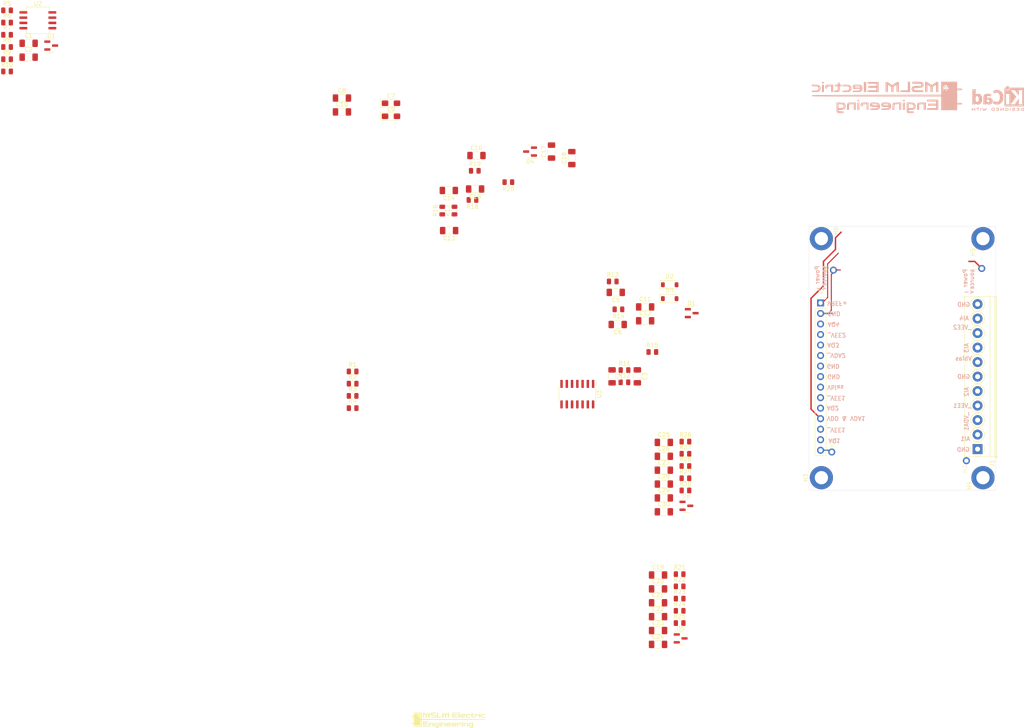
<source format=kicad_pcb>
(kicad_pcb (version 20221018) (generator pcbnew)
  (layers (0 "F.Cu" signal) (31 "B.Cu" signal) (34 "B.Paste" user) (35 "F.Paste" user) (36 "B.SilkS" user "B.Silkscreen") (37 "F.SilkS" user "F.Silkscreen") (38 "B.Mask" user) (39 "F.Mask" user) (44 "Edge.Cuts" user))
  (net 0 "")
  (net 1 "/AI1+")
  (net 2 "/AQ1")
  (net 3 "/AQ2")
  (net 4 "/AI2+")
  (net 5 "/AQ3")
  (net 6 "/AI2-")
  (net 7 "/AQ4")
  (net 8 "/VREF+")
  (net 9 "/bias")
  (net 10 "GNDD")
  (net 11 "Net-(U3A--)")
  (net 16 "Net-(C6-Pad1)")
  (net 17 "/OPA1VDA")
  (net 18 "/OPA1VEE")
  (net 19 "Net-(D1-K)")
  (net 20 "Net-(U3B--)")
  (net 21 "Net-(C16-Pad1)")
  (net 22 "Net-(U3C--)")
  (net 23 "Net-(C22-Pad1)")
  (net 24 "Net-(U3D--)")
  (net 25 "Net-(C28-Pad1)")
  (net 26 "/AI3+")
  (net 27 "/AI3-")
  (net 28 "/AI4+")
  (net 29 "/AI4-")
  (net 32 "Net-(U1-REF)")
  (net 33 "Net-(U2A-+)")
  (net 34 "Net-(U2B--)")
  (net 35 "/VDA")
  (net 36 "GNDA")
  (net 38 "/VEE")
  (net 39 "/AI1-")
  (footprint "Capacitor_SMD:C_1206_3216Metric_Pad1.33x1.80mm_HandSolder" (layer "F.Cu") (at 160.2355 115.316)
    (fp_text reference "C28" (at 0 -1.85) (layer "F.SilkS"))
    (fp_text value "FiltComp")
    (pad "1" smd roundrect (at -1.5625 0) (size 1.325 1.8) (layers "F.Cu" "F.Paste" "F.Mask") (roundrect_rratio 0.188679) (net 25 "Net-(C28-Pad1)"))
    (pad "2" smd roundrect (at 1.5625 0) (size 1.325 1.8) (layers "F.Cu" "F.Paste" "F.Mask") (roundrect_rratio 0.188679) (net 24 "Net-(U3D--)"))
  )
  (footprint "Resistor_SMD:R_0805_2012Metric" (layer "F.Cu") (at 147.9049 66.4119)
    (fp_text reference "R13" (at 0 -1.65) (layer "F.SilkS"))
    (fp_text value "NC")
    (pad "1" smd roundrect (at -0.9125 0) (size 1.025 1.4) (layers "F.Cu" "F.Paste" "F.Mask") (roundrect_rratio 0.243902) (net 36 "GNDA"))
    (pad "2" smd roundrect (at 0.9125 0) (size 1.025 1.4) (layers "F.Cu" "F.Paste" "F.Mask") (roundrect_rratio 0.243902) (net 9 "/bias"))
  )
  (footprint "Capacitor_SMD:C_1206_3216Metric_Pad1.33x1.80mm_HandSolder" (layer "F.Cu") (at 133.1195 35.0643 90)
    (fp_text reference "C17" (at 0 -1.85 90) (layer "F.SilkS"))
    (fp_text value "C_Small")
    (pad "1" smd roundrect (at -1.5625 0 90) (size 1.325 1.8) (layers "F.Cu" "F.Paste" "F.Mask") (roundrect_rratio 0.188679) (net 18 "/OPA1VEE"))
    (pad "2" smd roundrect (at 1.5625 0 90) (size 1.325 1.8) (layers "F.Cu" "F.Paste" "F.Mask") (roundrect_rratio 0.188679) (net 17 "/OPA1VDA"))
  )
  (footprint "Resistor_SMD:R_0805_2012Metric" (layer "F.Cu") (at 149.2727 73.1429 180)
    (fp_text reference "R14" (at 0 -1.65) (layer "F.SilkS"))
    (fp_text value "FiltComp")
    (pad "1" smd roundrect (at -0.9125 0 180) (size 1.025 1.4) (layers "F.Cu" "F.Paste" "F.Mask") (roundrect_rratio 0.243902) (net 16 "Net-(C6-Pad1)"))
    (pad "2" smd roundrect (at 0.9125 0 180) (size 1.025 1.4) (layers "F.Cu" "F.Paste" "F.Mask") (roundrect_rratio 0.243902) (net 11 "Net-(U3A--)"))
  )
  (footprint "Capacitor_SMD:C_1206_3216Metric_Pad1.33x1.80mm_HandSolder" (layer "F.Cu") (at 160.2355 122.016)
    (fp_text reference "C30" (at 0 -1.85) (layer "F.SilkS"))
    (fp_text value "C_Small")
    (pad "1" smd roundrect (at -1.5625 0) (size 1.325 1.8) (layers "F.Cu" "F.Paste" "F.Mask") (roundrect_rratio 0.188679) (net 36 "GNDA"))
    (pad "2" smd roundrect (at 1.5625 0) (size 1.325 1.8) (layers "F.Cu" "F.Paste" "F.Mask") (roundrect_rratio 0.188679) (net 5 "/AQ3"))
  )
  (footprint "Capacitor_SMD:C_1206_3216Metric_Pad1.33x1.80mm_HandSolder" (layer "F.Cu") (at 158.8385 140.62)
    (fp_text reference "C20" (at 0 -1.85) (layer "F.SilkS"))
    (fp_text value "C_Small")
    (pad "1" smd roundrect (at -1.5625 0) (size 1.325 1.8) (layers "F.Cu" "F.Paste" "F.Mask") (roundrect_rratio 0.188679) (net 22 "Net-(U3C--)"))
    (pad "2" smd roundrect (at 1.5625 0) (size 1.325 1.8) (layers "F.Cu" "F.Paste" "F.Mask") (roundrect_rratio 0.188679) (net 9 "/bias"))
  )
  (footprint "Capacitor_Tantalum_SMD:CP_EIA-3216-10_Kemet-I_Pad1.58x1.35mm_HandSolder" (layer "F.Cu") (at 94.383 23.3933)
    (fp_text reference "C7" (at 0 -1.75) (layer "F.SilkS"))
    (fp_text value "CP_Small")
    (pad "1" smd roundrect (at -1.4375 0) (size 1.575 1.35) (layers "F.Cu" "F.Paste" "F.Mask") (roundrect_rratio 0.185185) (net 17 "/OPA1VDA"))
    (pad "2" smd roundrect (at 1.4375 0) (size 1.575 1.35) (layers "F.Cu" "F.Paste" "F.Mask") (roundrect_rratio 0.185185) (net 36 "GNDA"))
  )
  (footprint "Resistor_SMD:R_0805_2012Metric" (layer "F.Cu") (at 85.1135 96.988)
    (fp_text reference "R4" (at 0 -1.65) (layer "F.SilkS"))
    (fp_text value "NP")
    (pad "1" smd roundrect (at -0.9125 0) (size 1.025 1.4) (layers "F.Cu" "F.Paste" "F.Mask") (roundrect_rratio 0.243902) (net 36 "GNDA"))
    (pad "2" smd roundrect (at 0.9125 0) (size 1.025 1.4) (layers "F.Cu" "F.Paste" "F.Mask") (roundrect_rratio 0.243902) (net 18 "/OPA1VEE"))
  )
  (footprint "Capacitor_SMD:C_1206_3216Metric_Pad1.33x1.80mm_HandSolder" (layer "F.Cu") (at 138.0217 36.6391 90)
    (fp_text reference "C18" (at 0 -1.85 90) (layer "F.SilkS"))
    (fp_text value "C_Small")
    (pad "1" smd roundrect (at -1.5625 0 90) (size 1.325 1.8) (layers "F.Cu" "F.Paste" "F.Mask") (roundrect_rratio 0.188679) (net 36 "GNDA"))
    (pad "2" smd roundrect (at 1.5625 0 90) (size 1.325 1.8) (layers "F.Cu" "F.Paste" "F.Mask") (roundrect_rratio 0.188679) (net 3 "/AQ2"))
  )
  (footprint "Capacitor_SMD:C_1206_3216Metric_Pad1.33x1.80mm_HandSolder" (layer "F.Cu") (at 158.8385 154.02)
    (fp_text reference "C24" (at 0 -1.85) (layer "F.SilkS"))
    (fp_text value "C_Small")
    (pad "1" smd roundrect (at -1.5625 0) (size 1.325 1.8) (layers "F.Cu" "F.Paste" "F.Mask") (roundrect_rratio 0.188679) (net 36 "GNDA"))
    (pad "2" smd roundrect (at 1.5625 0) (size 1.325 1.8) (layers "F.Cu" "F.Paste" "F.Mask") (roundrect_rratio 0.188679) (net 7 "/AQ4"))
  )
  (footprint "Resistor_SMD:R_0805_2012Metric" (layer "F.Cu") (at 165.4455 116.866)
    (fp_text reference "R30" (at 0 -1.65) (layer "F.SilkS"))
    (fp_text value "R_Small")
    (pad "1" smd roundrect (at -0.9125 0) (size 1.025 1.4) (layers "F.Cu" "F.Paste" "F.Mask") (roundrect_rratio 0.243902) (net 5 "/AQ3"))
    (pad "2" smd roundrect (at 0.9125 0) (size 1.025 1.4) (layers "F.Cu" "F.Paste" "F.Mask") (roundrect_rratio 0.243902) (net 25 "Net-(C28-Pad1)"))
  )
  (footprint "Resistor_SMD:R_0805_2012Metric" (layer "F.Cu") (at 164.0485 148.87)
    (fp_text reference "R25" (at 0 -1.65) (layer "F.SilkS"))
    (fp_text value "R_Small")
    (pad "1" smd roundrect (at -0.9125 0) (size 1.025 1.4) (layers "F.Cu" "F.Paste" "F.Mask") (roundrect_rratio 0.243902) (net 7 "/AQ4"))
    (pad "2" smd roundrect (at 0.9125 0) (size 1.025 1.4) (layers "F.Cu" "F.Paste" "F.Mask") (roundrect_rratio 0.243902) (net 23 "Net-(C22-Pad1)"))
  )
  (footprint "Capacitor_SMD:C_1206_3216Metric_Pad1.33x1.80mm_HandSolder" (layer "F.Cu") (at 160.2355 118.666)
    (fp_text reference "C29" (at 0 -1.85) (layer "F.SilkS"))
    (fp_text value "C_Small")
    (pad "1" smd roundrect (at -1.5625 0) (size 1.325 1.8) (layers "F.Cu" "F.Paste" "F.Mask") (roundrect_rratio 0.188679) (net 18 "/OPA1VEE"))
    (pad "2" smd roundrect (at 1.5625 0) (size 1.325 1.8) (layers "F.Cu" "F.Paste" "F.Mask") (roundrect_rratio 0.188679) (net 17 "/OPA1VDA"))
  )
  (footprint "Resistor_SMD:R_0805_2012Metric" (layer "F.Cu") (at 85.1135 91.088)
    (fp_text reference "R2" (at 0 -1.65) (layer "F.SilkS"))
    (fp_text value "0R")
    (pad "1" smd roundrect (at -0.9125 0) (size 1.025 1.4) (layers "F.Cu" "F.Paste" "F.Mask") (roundrect_rratio 0.243902) (net 10 "GNDD"))
    (pad "2" smd roundrect (at 0.9125 0) (size 1.025 1.4) (layers "F.Cu" "F.Paste" "F.Mask") (roundrect_rratio 0.243902) (net 36 "GNDA"))
  )
  (footprint "Capacitor_SMD:C_1206_3216Metric_Pad1.33x1.80mm_HandSolder" (layer "F.Cu") (at 6.915 12.275)
    (fp_text reference "C2" (at 0 -1.85) (layer "F.SilkS"))
    (fp_text value "C_Small")
    (pad "1" smd roundrect (at -1.5625 0) (size 1.325 1.8) (layers "F.Cu" "F.Paste" "F.Mask") (roundrect_rratio 0.188679) (net 35 "/VDA"))
    (pad "2" smd roundrect (at 1.5625 0) (size 1.325 1.8) (layers "F.Cu" "F.Paste" "F.Mask") (roundrect_rratio 0.188679) (net 10 "GNDD"))
  )
  (footprint "Diode_SMD:D_SOD-123" (layer "F.Cu") (at 161.6485 67.2112)
    (fp_text reference "D2" (at 0 -2) (layer "F.SilkS"))
    (fp_text value "BZT52C15 /5V1..6/C10")
    (pad "1" smd roundrect (at -1.65 0) (size 0.9 1.2) (layers "F.Cu" "F.Paste" "F.Mask") (net 19 "Net-(D1-K)"))
    (pad "2" smd roundrect (at 1.65 0) (size 0.9 1.2) (layers "F.Cu" "F.Paste" "F.Mask") (net 18 "/OPA1VEE"))
  )
  (footprint "Package_SO:SOIC-14_3.9x8.7mm_P1.27mm" (layer "F.Cu") (at 139.3522 93.611 -90)
    (fp_text reference "U3" (at 0 -5.28 90) (layer "F.SilkS"))
    (fp_text value "Opamp_Quad_Generic")
    (pad "1" smd roundrect (at -2.475 -3.81 270) (size 1.95 0.6) (layers "F.Cu" "F.Paste" "F.Mask") (net 16 "Net-(C6-Pad1)"))
    (pad "2" smd roundrect (at -2.475 -2.54 270) (size 1.95 0.6) (layers "F.Cu" "F.Paste" "F.Mask") (net 11 "Net-(U3A--)"))
    (pad "3" smd roundrect (at -2.475 -1.27 270) (size 1.95 0.6) (layers "F.Cu" "F.Paste" "F.Mask") (net 9 "/bias"))
    (pad "4" smd roundrect (at -2.475 0 270) (size 1.95 0.6) (layers "F.Cu" "F.Paste" "F.Mask") (net 17 "/OPA1VDA"))
    (pad "5" smd roundrect (at -2.475 1.27 270) (size 1.95 0.6) (layers "F.Cu" "F.Paste" "F.Mask") (net 9 "/bias"))
    (pad "6" smd roundrect (at -2.475 2.54 270) (size 1.95 0.6) (layers "F.Cu" "F.Paste" "F.Mask") (net 20 "Net-(U3B--)"))
    (pad "7" smd roundrect (at -2.475 3.81 270) (size 1.95 0.6) (layers "F.Cu" "F.Paste" "F.Mask") (net 21 "Net-(C16-Pad1)"))
    (pad "8" smd roundrect (at 2.475 3.81 270) (size 1.95 0.6) (layers "F.Cu" "F.Paste" "F.Mask") (net 23 "Net-(C22-Pad1)"))
    (pad "9" smd roundrect (at 2.475 2.54 270) (size 1.95 0.6) (layers "F.Cu" "F.Paste" "F.Mask") (net 22 "Net-(U3C--)"))
    (pad "10" smd roundrect (at 2.475 1.27 270) (size 1.95 0.6) (layers "F.Cu" "F.Paste" "F.Mask") (net 9 "/bias"))
    (pad "11" smd roundrect (at 2.475 0 270) (size 1.95 0.6) (layers "F.Cu" "F.Paste" "F.Mask") (net 18 "/OPA1VEE"))
    (pad "12" smd roundrect (at 2.475 -1.27 270) (size 1.95 0.6) (layers "F.Cu" "F.Paste" "F.Mask") (net 9 "/bias"))
    (pad "13" smd roundrect (at 2.475 -2.54 270) (size 1.95 0.6) (layers "F.Cu" "F.Paste" "F.Mask") (net 24 "Net-(U3D--)"))
    (pad "14" smd roundrect (at 2.475 -3.81 270) (size 1.95 0.6) (layers "F.Cu" "F.Paste" "F.Mask") (net 25 "Net-(C28-Pad1)"))
  )
  (footprint "Capacitor_SMD:C_1206_3216Metric_Pad1.33x1.80mm_HandSolder" (layer "F.Cu") (at 147.7397 89.3169 -90)
    (fp_text reference "C4" (at 0 -1.85 90) (layer "F.SilkS"))
    (fp_text value "C_Small")
    (pad "1" smd roundrect (at -1.5625 0 270) (size 1.325 1.8) (layers "F.Cu" "F.Paste" "F.Mask") (roundrect_rratio 0.188679) (net 9 "/bias"))
    (pad "2" smd roundrect (at 1.5625 0 270) (size 1.325 1.8) (layers "F.Cu" "F.Paste" "F.Mask") (roundrect_rratio 0.188679) (net 11 "Net-(U3A--)"))
  )
  (footprint "Resistor_SMD:R_0805_2012Metric" (layer "F.Cu") (at 164.0485 142.97)
    (fp_text reference "R23" (at 0 -1.65) (layer "F.SilkS"))
    (fp_text value "R_Small")
    (pad "1" smd roundrect (at -0.9125 0) (size 1.025 1.4) (layers "F.Cu" "F.Paste" "F.Mask") (roundrect_rratio 0.243902) (net 36 "GNDA"))
    (pad "2" smd roundrect (at 0.9125 0) (size 1.025 1.4) (layers "F.Cu" "F.Paste" "F.Mask") (roundrect_rratio 0.243902) (net 9 "/bias"))
  )
  (footprint "Resistor_SMD:R_0805_2012Metric" (layer "F.Cu") (at 164.0485 140.02)
    (fp_text reference "R22" (at 0 -1.65) (layer "F.SilkS"))
    (fp_text value "R_Small")
    (pad "1" smd roundrect (at -0.9125 0) (size 1.025 1.4) (layers "F.Cu" "F.Paste" "F.Mask") (roundrect_rratio 0.243902) (net 29 "/AI4-"))
    (pad "2" smd roundrect (at 0.9125 0) (size 1.025 1.4) (layers "F.Cu" "F.Paste" "F.Mask") (roundrect_rratio 0.243902) (net 22 "Net-(U3C--)"))
  )
  (footprint "Capacitor_SMD:C_1206_3216Metric_Pad1.33x1.80mm_HandSolder" (layer "F.Cu") (at 160.2355 111.966)
    (fp_text reference "C27" (at 0 -1.85) (layer "F.SilkS"))
    (fp_text value "FiltComp")
    (pad "1" smd roundrect (at -1.5625 0) (size 1.325 1.8) (layers "F.Cu" "F.Paste" "F.Mask") (roundrect_rratio 0.188679) (net 36 "GNDA"))
    (pad "2" smd roundrect (at 1.5625 0) (size 1.325 1.8) (layers "F.Cu" "F.Paste" "F.Mask") (roundrect_rratio 0.188679) (net 9 "/bias"))
  )
  (footprint "Package_TO_SOT_SMD:SOT-23" (layer "F.Cu") (at 166.9635 74.0612)
    (fp_text reference "D1" (at 0 -2.4) (layer "F.SilkS"))
    (fp_text value "BAT54S")
    (pad "1" smd roundrect (at -0.9375 -0.95) (size 1.475 0.6) (layers "F.Cu" "F.Paste" "F.Mask") (net 18 "/OPA1VEE"))
    (pad "2" smd roundrect (at -0.9375 0.95) (size 1.475 0.6) (layers "F.Cu" "F.Paste" "F.Mask") (net 19 "Net-(D1-K)"))
    (pad "3" smd roundrect (at 0.9375 0) (size 1.475 0.6) (layers "F.Cu" "F.Paste" "F.Mask") (net 2 "/AQ1"))
  )
  (footprint "Capacitor_SMD:C_1206_3216Metric_Pad1.33x1.80mm_HandSolder" (layer "F.Cu") (at 114.6791 44.0944 180)
    (fp_text reference "C15" (at 0 -1.85) (layer "F.SilkS"))
    (fp_text value "FiltComp")
    (pad "1" smd roundrect (at -1.5625 0 180) (size 1.325 1.8) (layers "F.Cu" "F.Paste" "F.Mask") (roundrect_rratio 0.188679) (net 36 "GNDA"))
    (pad "2" smd roundrect (at 1.5625 0 180) (size 1.325 1.8) (layers "F.Cu" "F.Paste" "F.Mask") (roundrect_rratio 0.188679) (net 9 "/bias"))
  )
  (footprint "Capacitor_SMD:C_1206_3216Metric_Pad1.33x1.80mm_HandSolder" (layer "F.Cu") (at 153.8357 89.3169 -90)
    (fp_text reference "C3" (at 0 -1.85 90) (layer "F.SilkS"))
    (fp_text value "C_Small")
    (pad "1" smd roundrect (at -1.5625 0 270) (size 1.325 1.8) (layers "F.Cu" "F.Paste" "F.Mask") (roundrect_rratio 0.188679) (net 1 "/AI1+"))
    (pad "2" smd roundrect (at 1.5625 0 270) (size 1.325 1.8) (layers "F.Cu" "F.Paste" "F.Mask") (roundrect_rratio 0.188679) (net 39 "/AI1-"))
  )
  (footprint "Capacitor_SMD:C_1206_3216Metric_Pad1.33x1.80mm_HandSolder" (layer "F.Cu") (at 108.3414 44.45 180)
    (fp_text reference "C14" (at 0 -1.85) (layer "F.SilkS"))
    (fp_text value "C_Small")
    (pad "1" smd roundrect (at -1.5625 0 180) (size 1.325 1.8) (layers "F.Cu" "F.Paste" "F.Mask") (roundrect_rratio 0.188679) (net 20 "Net-(U3B--)"))
    (pad "2" smd roundrect (at 1.5625 0 180) (size 1.325 1.8) (layers "F.Cu" "F.Paste" "F.Mask") (roundrect_rratio 0.188679) (net 9 "/bias"))
  )
  (footprint "Capacitor_SMD:C_1206_3216Metric_Pad1.33x1.80mm_HandSolder" (layer "F.Cu") (at 160.2355 105.266)
    (fp_text reference "C25" (at 0 -1.85) (layer "F.SilkS"))
    (fp_text value "C_Small")
    (pad "1" smd roundrect (at -1.5625 0) (size 1.325 1.8) (layers "F.Cu" "F.Paste" "F.Mask") (roundrect_rratio 0.188679) (net 27 "/AI3-"))
    (pad "2" smd roundrect (at 1.5625 0) (size 1.325 1.8) (layers "F.Cu" "F.Paste" "F.Mask") (roundrect_rratio 0.188679) (net 26 "/AI3+"))
  )
  (footprint "Capacitor_SMD:C_1206_3216Metric_Pad1.33x1.80mm_HandSolder" (layer "F.Cu") (at 158.8385 150.67)
    (fp_text reference "C23" (at 0 -1.85) (layer "F.SilkS"))
    (fp_text value "C_Small")
    (pad "1" smd roundrect (at -1.5625 0) (size 1.325 1.8) (layers "F.Cu" "F.Paste" "F.Mask") (roundrect_rratio 0.188679) (net 18 "/OPA1VEE"))
    (pad "2" smd roundrect (at 1.5625 0) (size 1.325 1.8) (layers "F.Cu" "F.Paste" "F.Mask") (roundrect_rratio 0.188679) (net 17 "/OPA1VDA"))
  )
  (footprint "Capacitor_SMD:C_1206_3216Metric_Pad1.33x1.80mm_HandSolder" (layer "F.Cu") (at 82.543 25.4933)
    (fp_text reference "C10" (at 0 -1.85) (layer "F.SilkS"))
    (fp_text value "C_Small")
    (pad "1" smd roundrect (at -1.5625 0) (size 1.325 1.8) (layers "F.Cu" "F.Paste" "F.Mask") (roundrect_rratio 0.188679) (net 36 "GNDA"))
    (pad "2" smd roundrect (at 1.5625 0) (size 1.325 1.8) (layers "F.Cu" "F.Paste" "F.Mask") (roundrect_rratio 0.188679) (net 18 "/OPA1VEE"))
  )
  (footprint "Resistor_SMD:R_0805_2012Metric" (layer "F.Cu") (at 1.705 3.925)
    (fp_text reference "R6" (at 0 -1.65) (layer "F.SilkS"))
    (fp_text value "R_Small")
    (pad "1" smd roundrect (at -0.9125 0) (size 1.025 1.4) (layers "F.Cu" "F.Paste" "F.Mask") (roundrect_rratio 0.243902) (net 8 "/VREF+"))
    (pad "2" smd roundrect (at 0.9125 0) (size 1.025 1.4) (layers "F.Cu" "F.Paste" "F.Mask") (roundrect_rratio 0.243902) (net 32 "Net-(U1-REF)"))
  )
  (footprint "Capacitor_SMD:C_1206_3216Metric_Pad1.33x1.80mm_HandSolder" (layer "F.Cu") (at 108.4053 54.1312 180)
    (fp_text reference "C13" (at 0 -1.85) (layer "F.SilkS"))
    (fp_text value "C_Small")
    (pad "1" smd roundrect (at -1.5625 0 180) (size 1.325 1.8) (layers "F.Cu" "F.Paste" "F.Mask") (roundrect_rratio 0.188679) (net 6 "/AI2-"))
    (pad "2" smd roundrect (at 1.5625 0 180) (size 1.325 1.8) (layers "F.Cu" "F.Paste" "F.Mask") (roundrect_rratio 0.188679) (net 4 "/AI2+"))
  )
  (footprint "Resistor_SMD:R_0805_2012Metric" (layer "F.Cu") (at 165.4455 113.916)
    (fp_text reference "R29" (at 0 -1.65) (layer "F.SilkS"))
    (fp_text value "FiltComp")
    (pad "1" smd roundrect (at -0.9125 0) (size 1.025 1.4) (layers "F.Cu" "F.Paste" "F.Mask") (roundrect_rratio 0.243902) (net 25 "Net-(C28-Pad1)"))
    (pad "2" smd roundrect (at 0.9125 0) (size 1.025 1.4) (layers "F.Cu" "F.Paste" "F.Mask") (roundrect_rratio 0.243902) (net 24 "Net-(U3D--)"))
  )
  (footprint "Resistor_SMD:R_0805_2012Metric" (layer "F.Cu") (at 157.4565 83.439)
    (fp_text reference "R15" (at 0 -1.65) (layer "F.SilkS"))
    (fp_text value "R_Small")
    (pad "1" smd roundrect (at -0.9125 0) (size 1.025 1.4) (layers "F.Cu" "F.Paste" "F.Mask") (roundrect_rratio 0.243902) (net 16 "Net-(C6-Pad1)"))
    (pad "2" smd roundrect (at 0.9125 0) (size 1.025 1.4) (layers "F.Cu" "F.Paste" "F.Mask") (roundrect_rratio 0.243902) (net 2 "/AQ1"))
  )
  (footprint "Resistor_SMD:R_0805_2012Metric" (layer "F.Cu") (at 165.4455 105.066)
    (fp_text reference "R26" (at 0 -1.65) (layer "F.SilkS"))
    (fp_text value "R_Small")
    (pad "1" smd roundrect (at -0.9125 0) (size 1.025 1.4) (layers "F.Cu" "F.Paste" "F.Mask") (roundrect_rratio 0.243902) (net 26 "/AI3+"))
    (pad "2" smd roundrect (at 0.9125 0) (size 1.025 1.4) (layers "F.Cu" "F.Paste" "F.Mask") (roundrect_rratio 0.243902) (net 9 "/bias"))
  )
  (footprint "Capacitor_SMD:C_1206_3216Metric_Pad1.33x1.80mm_HandSolder" (layer "F.Cu") (at 149.1041 76.8049 180)
    (fp_text reference "C6" (at 0 -1.85) (layer "F.SilkS"))
    (fp_text value "FiltComp")
    (pad "1" smd roundrect (at -1.5625 0 180) (size 1.325 1.8) (layers "F.Cu" "F.Paste" "F.Mask") (roundrect_rratio 0.188679) (net 16 "Net-(C6-Pad1)"))
    (pad "2" smd roundrect (at 1.5625 0 180) (size 1.325 1.8) (layers "F.Cu" "F.Paste" "F.Mask") (roundrect_rratio 0.188679) (net 11 "Net-(U3A--)"))
  )
  (footprint "MountingHole:MountingHole_3.2mm_M3_DIN965_Pad" (layer "F.Cu") (at 237.2642 113.7782 90)
    (fp_text reference "H4" (at -1.9 -3.3 90) (layer "F.SilkS"))
    (fp_text value "MountingHole_Pad")
    (pad "1" thru_hole circle (at 0 0 90) (size 5.6 5.6) (drill 3.2) (layers "*.Cu" "*.Mask"))
  )
  (footprint "MyLIBS:Hole_pad_1mm" (layer "F.Cu") (at 233.2642 109.6782 90)
    (fp_text reference "H2" (at -2 -0.3 90 unlocked) (layer "F.SilkS") (effects (font (thickness 0.1))))
    (fp_text value "MountingHole_Pad_small")
    (pad "1" thru_hole circle (at 0 0 90) (size 1.7 1.7) (drill 1) (layers "*.Cu" "*.Mask") (net 10 "GNDD"))
  )
  (footprint "MountingHole:MountingHole_3.2mm_M3_DIN965_Pad" (layer "F.Cu") (at 198.2642 113.7782 90)
    (fp_text reference "H3" (at 0 -3.8 90) (layer "F.SilkS"))
    (fp_text value "MountingHole_Pad")
    (pad "1" thru_hole circle (at 0 0 90) (size 5.6 5.6) (drill 3.2) (layers "*.Cu" "*.Mask"))
  )
  (footprint "Capacitor_SMD:C_1206_3216Metric_Pad1.33x1.80mm_HandSolder" (layer "F.Cu") (at 160.2355 108.616)
    (fp_text reference "C26" (at 0 -1.85) (layer "F.SilkS"))
    (fp_text value "C_Small")
    (pad "1" smd roundrect (at -1.5625 0) (size 1.325 1.8) (layers "F.Cu" "F.Paste" "F.Mask") (roundrect_rratio 0.188679) (net 24 "Net-(U3D--)"))
    (pad "2" smd roundrect (at 1.5625 0) (size 1.325 1.8) (layers "F.Cu" "F.Paste" "F.Mask") (roundrect_rratio 0.188679) (net 9 "/bias"))
  )
  (footprint "Capacitor_SMD:C_1206_3216Metric_Pad1.33x1.80mm_HandSolder" (layer "F.Cu") (at 155.7235 72.5612)
    (fp_text reference "C11" (at 0 -1.85) (layer "F.SilkS"))
    (fp_text value "C_Small")
    (pad "1" smd roundrect (at -1.5625 0) (size 1.325 1.8) (layers "F.Cu" "F.Paste" "F.Mask") (roundrect_rratio 0.188679) (net 18 "/OPA1VEE"))
    (pad "2" smd roundrect (at 1.5625 0) (size 1.325 1.8) (layers "F.Cu" "F.Paste" "F.Mask") (roundrect_rratio 0.188679) (net 19 "Net-(D1-K)"))
  )
  (footprint "Resistor_SMD:R_0805_2012Metric" (layer "F.Cu") (at 122.7055 42.4434 180)
    (fp_text reference "R20" (at 0 -1.65) (layer "F.SilkS"))
    (fp_text value "R_Small")
    (pad "1" smd roundrect (at -0.9125 0 180) (size 1.025 1.4) (layers "F.Cu" "F.Paste" "F.Mask") (roundrect_rratio 0.243902) (net 3 "/AQ2"))
    (pad "2" smd roundrect (at 0.9125 0 180) (size 1.025 1.4) (layers "F.Cu" "F.Paste" "F.Mask") (roundrect_rratio 0.243902) (net 21 "Net-(C16-Pad1)"))
  )
  (footprint "Resistor_SMD:R_0805_2012Metric" (layer "F.Cu") (at 1.705 6.875)
    (fp_text reference "R7" (at 0 -1.65) (layer "F.SilkS"))
    (fp_text value "R_Small")
    (pad "1" smd roundrect (at -0.9125 0) (size 1.025 1.4) (layers "F.Cu" "F.Paste" "F.Mask") (roundrect_rratio 0.243902) (net 32 "Net-(U1-REF)"))
    (pad "2" smd roundrect (at 0.9125 0) (size 1.025 1.4) (layers "F.Cu" "F.Paste" "F.Mask") (roundrect_rratio 0.243902) (net 10 "GNDD"))
  )
  (footprint "MyLIBS:Hole_pad_1mm" (layer "F.Cu") (at 201.1642 63.6782 90)
    (fp_text reference "H8" (at 0 -1.524 90 unlocked) (layer "F.SilkS") (effects (font (thickness 0.1))))
    (fp_text value "MountingHole_Pad_small")
    (pad "1" thru_hole circle (at 0 0 90) (size 1.7 1.7) (drill 1) (layers "*.Cu" "*.Mask") (net 10 "GNDD"))
  )
  (footprint "MyLIBS:Hole_pad_1mm" (layer "F.Cu") (at 200.7642 107.5782 180)
    (fp_text reference "H1" (at -0.1 2 90 unlocked) (layer "F.SilkS") (effects (font (thickness 0.1))))
    (fp_text value "MountingHole_Pad_small")
    (pad "1" thru_hole circle (at 0 0 180) (size 1.7 1.7) (drill 1) (layers "*.Cu" "*.Mask") (net 10 "GNDD"))
  )
  (footprint "Connector_PinSocket_2.54mm:PinSocket_1x15_P2.54mm_Vertical" (layer "F.Cu") (at 198.0642 71.5982)
    (fp_text reference "J2" (at 0 -2.77) (layer "F.SilkS"))
    (fp_text value "Conn_01x15")
    (pad "1" thru_hole rect (at 0 0) (size 1.7 1.7) (drill 1) (layers "*.Cu" "*.Mask") (net 8 "/VREF+"))
    (pad "2" thru_hole oval (at 0 2.54) (size 1.7 1.7) (drill 1) (layers "*.Cu" "*.Mask") (net 10 "GNDD"))
    (pad "3" thru_hole oval (at 0 5.08) (size 1.7 1.7) (drill 1) (layers "*.Cu" "*.Mask") (net 7 "/AQ4"))
    (pad "4" thru_hole oval (at 0 7.62) (size 1.7 1.7) (drill 1) (layers "*.Cu" "*.Mask"))
    (pad "5" thru_hole oval (at 0 10.16) (size 1.7 1.7) (drill 1) (layers "*.Cu" "*.Mask") (net 5 "/AQ3"))
    (pad "6" thru_hole oval (at 0 12.7) (size 1.7 1.7) (drill 1) (layers "*.Cu" "*.Mask"))
    (pad "7" thru_hole oval (at 0 15.24) (size 1.7 1.7) (drill 1) (layers "*.Cu" "*.Mask") (net 10 "GNDD"))
    (pad "8" thru_hole oval (at 0 17.78) (size 1.7 1.7) (drill 1) (layers "*.Cu" "*.Mask") (net 10 "GNDD"))
    (pad "9" thru_hole oval (at 0 20.32) (size 1.7 1.7) (drill 1) (layers "*.Cu" "*.Mask") (net 9 "/bias"))
    (pad "10" thru_hole oval (at 0 22.86) (size 1.7 1.7) (drill 1) (layers "*.Cu" "*.Mask") (net 38 "/VEE"))
    (pad "11" thru_hole oval (at 0 25.4) (size 1.7 1.7) (drill 1) (layers "*.Cu" "*.Mask") (net 3 "/AQ2"))
    (pad "12" thru_hole oval (at 0 27.94) (size 1.7 1.7) (drill 1) (layers "*.Cu" "*.Mask") (net 35 "/VDA"))
    (pad "13" thru_hole oval (at 0 30.48) (size 1.7 1.7) (drill 1) (layers "*.Cu" "*.Mask") (net 38 "/VEE"))
    (pad "14" thru_hole oval (at 0 33.02) (size 1.7 1.7) (drill 1) (layers "*.Cu" "*.Mask") (net 2 "/AQ1"))
    (pad "15" thru_hole oval (at 0 35.56) (size 1.7 1.7) (drill 1) (layers "*.Cu" "*.Mask") (net 10 "GNDD"))
  )
  (footprint "Capacitor_SMD:C_1206_3216Metric_Pad1.33x1.80mm_HandSolder" (layer "F.Cu") (at 158.8385 147.32)
    (fp_text reference "C22" (at 0 -1.85) (layer "F.SilkS"))
    (fp_text value "FiltComp")
    (pad "1" smd roundrect (at -1.5625 0) (size 1.325 1.8) (layers "F.Cu" "F.Paste" "F.Mask") (roundrect_rratio 0.188679) (net 23 "Net-(C22-Pad1)"))
    (pad "2" smd roundrect (at 1.5625 0) (size 1.325 1.8) (layers "F.Cu" "F.Paste" "F.Mask") (roundrect_rratio 0.188679) (net 22 "Net-(U3C--)"))
  )
  (footprint "Package_TO_SOT_SMD:SOT-23" (layer "F.Cu") (at 164.2885 152.57)
    (fp_text reference "D5" (at 0 -2.4) (layer "F.SilkS"))
    (fp_text value "BAT54S")
    (pad "1" smd roundrect (at -0.9375 -0.95) (size 1.475 0.6) (layers "F.Cu" "F.Paste" "F.Mask") (net 18 "/OPA1VEE"))
    (pad "2" smd roundrect (at -0.9375 0.95) (size 1.475 0.6) (layers "F.Cu" "F.Paste" "F.Mask") (net 17 "/OPA1VDA"))
    (pad "3" smd roundrect (at 0.9375 0) (size 1.475 0.6) (layers "F.Cu" "F.Paste" "F.Mask") (net 7 "/AQ4"))
  )
  (footprint "Capacitor_SMD:C_1206_3216Metric_Pad1.33x1.80mm_HandSolder" (layer "F.Cu") (at 155.7235 75.9112)
    (fp_text reference "C12" (at 0 -1.85) (layer "F.SilkS"))
    (fp_text value "C_Small")
    (pad "1" smd roundrect (at -1.5625 0) (size 1.325 1.8) (layers "F.Cu" "F.Paste" "F.Mask") (roundrect_rratio 0.188679) (net 36 "GNDA"))
    (pad "2" smd roundrect (at 1.5625 0) (size 1.325 1.8) (layers "F.Cu" "F.Paste" "F.Mask") (roundrect_rratio 0.188679) (net 2 "/AQ1"))
  )
  (footprint "MyLIBS:Hole_pad_1mm" (layer "F.Cu") (at 236.9642 63.2782 90)
    (fp_text reference "H7" (at 0 -1.524 90 unlocked) (layer "F.SilkS") (effects (font (thickness 0.1))))
    (fp_text value "MountingHole_Pad_small")
    (pad "1" thru_hole circle (at 0 0 90) (size 1.7 1.7) (drill 1) (layers "*.Cu" "*.Mask") (net 10 "GNDD"))
  )
  (footprint "Resistor_SMD:R_0805_2012Metric" (layer "F.Cu") (at 114.046 46.736 180)
    (fp_text reference "R18" (at 0 -1.65) (layer "F.SilkS"))
    (fp_text value "R_Small")
    (pad "1" smd roundrect (at -0.9125 0 180) (size 1.025 1.4) (layers "F.Cu" "F.Paste" "F.Mask") (roundrect_rratio 0.243902) (net 36 "GNDA"))
    (pad "2" smd roundrect (at 0.9125 0 180) (size 1.025 1.4) (layers "F.Cu" "F.Paste" "F.Mask") (roundrect_rratio 0.243902) (net 9 "/bias"))
  )
  (footprint "Resistor_SMD:R_0805_2012Metric" (layer "F.Cu") (at 1.705 12.775)
    (fp_text reference "R9" (at 0 -1.65) (layer "F.SilkS"))
    (fp_text value "R_Small")
    (pad "1" smd roundrect (at -0.9125 0) (size 1.025 1.4) (layers "F.Cu" "F.Paste" "F.Mask") (roundrect_rratio 0.243902) (net 8 "/VREF+"))
    (pad "2" smd roundrect (at 0.9125 0) (size 1.025 1.4) (layers "F.Cu" "F.Paste" "F.Mask") (roundrect_rratio 0.243902) (net 33 "Net-(U2A-+)"))
  )
  (footprint "Capacitor_SMD:C_1206_3216Metric_Pad1.33x1.80mm_HandSolder" (layer "F.Cu") (at 6.915 8.925)
    (fp_text reference "C1" (at 0 -1.85) (layer "F.SilkS"))
    (fp_text value "C_Small")
    (pad "1" smd roundrect (at -1.5625 0) (size 1.325 1.8) (layers "F.Cu" "F.Paste" "F.Mask") (roundrect_rratio 0.188679) (net 35 "/VDA"))
    (pad "2" smd roundrect (at 1.5625 0) (size 1.325 1.8) (layers "F.Cu" "F.Paste" "F.Mask") (roundrect_rratio 0.188679) (net 10 "GNDD"))
  )
  (footprint "TerminalBlock_Phoenix:TerminalBlock_Phoenix_PT-1,5-11-3.5-H_1x11_P3.50mm_Horizontal" (layer "F.Cu") (at 235.9642 106.8782 90)
    (fp_text reference "J1" (at -3.4 3.5 90) (layer "F.SilkS"))
    (fp_text value "Screw_Terminal_01x11")
    (pad "1" thru_hole rect (at 0 0 90) (size 2.4 2.4) (drill 1.2) (layers "*.Cu" "*.Mask"))
    (pad "2" thru_hole circle (at 3.5 0 90) (size 2.4 2.4) (drill 1.2) (layers "*.Cu" "*.Mask") (net 29 "/AI4-"))
    (pad "3" thru_hole circle (at 7 0 90) (size 2.4 2.4) (drill 1.2) (layers "*.Cu" "*.Mask") (net 28 "/AI4+"))
    (pad "4" thru_hole circle (at 10.5 0 90) (size 2.4 2.4) (drill 1.2) (layers "*.Cu" "*.Mask") (net 27 "/AI3-"))
    (pad "5" thru_hole circle (at 14 0 90) (size 2.4 2.4) (drill 1.2) (layers "*.Cu" "*.Mask") (net 26 "/AI3+"))
    (pad "6" thru_hole circle (at 17.5 0 90) (size 2.4 2.4) (drill 1.2) (layers "*.Cu" "*.Mask") (net 38 "/VEE"))
    (pad "7" thru_hole circle (at 21 0 90) (size 2.4 2.4) (drill 1.2) (layers "*.Cu" "*.Mask") (net 35 "/VDA"))
    (pad "8" thru_hole circle (at 24.5 0 90) (size 2.4 2.4) (drill 1.2) (layers "*.Cu" "*.Mask") (net 6 "/AI2-"))
    (pad "9" thru_hole circle (at 28 0 90) (size 2.4 2.4) (drill 1.2) (layers "*.Cu" "*.Mask") (net 4 "/AI2+"))
    (pad "10" thru_hole circle (at 31.5 0 90) (size 2.4 2.4) (drill 1.2) (layers "*.Cu" "*.Mask") (net 39 "/AI1-"))
    (pad "11" thru_hole circle (at 35 0 90) (size 2.4 2.4) (drill 1.2) (layers "*.Cu" "*.Mask") (net 1 "/AI1+"))
  )
  (footprint "Resistor_SMD:R_0805_2012Metric" (layer "F.Cu") (at 165.4455 108.016)
    (fp_text reference "R27" (at 0 -1.65) (layer "F.SilkS"))
    (fp_text value "R_Small")
    (pad "1" smd roundrect (at -0.9125 0) (size 1.025 1.4) (layers "F.Cu" "F.Paste" "F.Mask") (roundrect_rratio 0.243902) (net 27 "/AI3-"))
    (pad "2" smd roundrect (at 0.9125 0) (size 1.025 1.4) (layers "F.Cu" "F.Paste" "F.Mask") (roundrect_rratio 0.243902) (net 24 "Net-(U3D--)"))
  )
  (footprint "Resistor_SMD:R_0805_2012Metric" (layer "F.Cu") (at 150.7225 90.757)
    (fp_text reference "R12" (at 0 -1.65) (layer "F.SilkS"))
    (fp_text value "R_Small")
    (pad "1" smd roundrect (at -0.9125 0) (size 1.025 1.4) (layers "F.Cu" "F.Paste" "F.Mask") (roundrect_rratio 0.243902) (net 11 "Net-(U3A--)"))
    (pad "2" smd roundrect (at 0.9125 0) (size 1.025 1.4) (layers "F.Cu" "F.Paste" "F.Mask") (roundrect_rratio 0.243902) (net 39 "/AI1-"))
  )
  (footprint "Diode_SMD:D_SOD-123" (layer "F.Cu") (at 161.6485 70.5612)
    (fp_text reference "D3" (at 0 -2) (layer "F.SilkS"))
    (fp_text value "1N4148")
    (pad "1" smd roundrect (at -1.65 0) (size 0.9 1.2) (layers "F.Cu" "F.Paste" "F.Mask") (net 19 "Net-(D1-K)"))
    (pad "2" smd roundrect (at 1.65 0) (size 0.9 1.2) (layers "F.Cu" "F.Paste" "F.Mask") (net 17 "/OPA1VDA"))
  )
  (footprint "Capacitor_Tantalum_SMD:CP_EIA-3216-10_Kemet-I_Pad1.58x1.35mm_HandSolder" (layer "F.Cu") (at 94.383 26.5433)
    (fp_text reference "C9" (at 0 -1.75) (layer "F.SilkS"))
    (fp_text value "CP_Small")
    (pad "1" smd roundrect (at -1.4375 0) (size 1.575 1.35) (layers "F.Cu" "F.Paste" "F.Mask") (roundrect_rratio 0.185185) (net 18 "/OPA1VEE"))
    (pad "2" smd roundrect (at 1.4375 0) (size 1.575 1.35) (layers "F.Cu" "F.Paste" "F.Mask") (roundrect_rratio 0.185185) (net 36 "GNDA"))
  )
  (footprint "Resistor_SMD:R_0805_2012Metric" (layer "F.Cu") (at 106.7543 49.3033 90)
    (fp_text reference "R16" (at 0 -1.65 90) (layer "F.SilkS"))
    (fp_text value "R_Small")
    (pad "1" smd roundrect (at -0.9125 0 90) (size 1.025 1.4) (layers "F.Cu" "F.Paste" "F.Mask") (roundrect_rratio 0.243902) (net 4 "/AI2+"))
    (pad "2" smd roundrect (at 0.9125 0 90) (size 1.025 1.4) (layers "F.Cu" "F.Paste" "F.Mask") (roundrect_rratio 0.243902) (net 9 "/bias"))
  )
  (footprint "Capacitor_SMD:C_1206_3216Metric_Pad1.33x1.80mm_HandSolder" (layer "F.Cu") (at 158.8385 137.27)
    (fp_text reference "C19" (at 0 -1.85) (layer "F.SilkS"))
    (fp_text value "C_Small")
    (pad "1" smd roundrect (at -1.5625 0) (size 1.325 1.8) (layers "F.Cu" "F.Paste" "F.Mask") (roundrect_rratio 0.188679) (net 29 "/AI4-"))
    (pad "2" smd roundrect (at 1.5625 0) (size 1.325 1.8) (layers "F.Cu" "F.Paste" "F.Mask") (roundrect_rratio 0.188679) (net 28 "/AI4+"))
  )
  (footprint "Resistor_SMD:R_0805_2012Metric" (layer "F.Cu") (at 164.0485 137.07)
    (fp_text reference "R21" (at 0 -1.65) (layer "F.SilkS"))
    (fp_text value "R_Small")
    (pad "1" smd roundrect (at -0.9125 0) (size 1.025 1.4) (layers "F.Cu" "F.Paste" "F.Mask") (roundrect_rratio 0.243902) (net 28 "/AI4+"))
    (pad "2" smd roundrect (at 0.9125 0) (size 1.025 1.4) (layers "F.Cu" "F.Paste" "F.Mask") (roundrect_rratio 0.243902) (net 9 "/bias"))
  )
  (footprint "Capacitor_SMD:C_1206_3216Metric_Pad1.33x1.80mm_HandSolder" (layer "F.Cu") (at 148.6265 69.0535 180)
    (fp_text reference "C5" (at 0 -1.85) (layer "F.SilkS"))
    (fp_text value "FiltComp")
    (pad "1" smd roundrect (at -1.5625 0 180) (size 1.325 1.8) (layers "F.Cu" "F.Paste" "F.Mask") (roundrect_rratio 0.188679) (net 9 "/bias"))
    (pad "2" smd roundrect (at 1.5625 0 180) (size 1.325 1.8) (layers "F.Cu" "F.Paste" "F.Mask") (roundrect_rratio 0.188679) (net 36 "GNDA"))
  )
  (footprint "Resistor_SMD:R_0805_2012Metric" (layer "F.Cu") (at 1.705 15.725)
    (fp_text reference "R10" (at 0 -1.65) (layer "F.SilkS"))
    (fp_text value "R_Small")
    (pad "1" smd roundrect (at -0.9125 0) (size 1.025 1.4) (layers "F.Cu" "F.Paste" "F.Mask") (roundrect_rratio 0.243902) (net 33 "Net-(U2A-+)"))
    (pad "2" smd roundrect (at 0.9125 0) (size 1.025 1.4) (layers "F.Cu" "F.Paste" "F.Mask") (roundrect_rratio 0.243902) (net 10 "GNDD"))
  )
  (footprint "MyLIBS:mslelect_19mm" (layer "F.Cu") (at 108.267141 172.129463)
    (fp_text reference "G***" hide)
    (fp_text value "LOGO" hide)
  )
  (footprint "MountingHole:MountingHole_3.2mm_M3_DIN965_Pad" (layer "F.Cu") (at 198.2642 56.0782 90)
    (fp_text reference "H6" (at 1.9 3.5 90) (layer "F.SilkS"))
    (fp_text value "MountingHole_Pad")
    (pad "1" thru_hole circle (at 0 0 90) (size 5.6 5.6) (drill 3.2) (layers "*.Cu" "*.Mask"))
  )
  (footprint "Resistor_SMD:R_0805_2012Metric" (layer "F.Cu") (at 109.7043 49.3033 90)
    (fp_text reference "R17" (at 0 -1.65 90) (layer "F.SilkS"))
    (fp_text value "R_Small")
    (pad "1" smd roundrect (at -0.9125 0 90) (size 1.025 1.4) (layers "F.Cu" "F.Paste" "F.Mask") (roundrect_rratio 0.243902) (net 6 "/AI2-"))
    (pad "2" smd roundrect (at 0.9125 0 90) (size 1.025 1.4) (layers "F.Cu" "F.Paste" "F.Mask") (roundrect_rratio 0.243902) (net 20 "Net-(U3B--)"))
  )
  (footprint "Resistor_SMD:R_0805_2012Metric" (layer "F.Cu") (at 1.705 0.975)
    (fp_text reference "R5" (at 0 -1.65) (layer "F.SilkS"))
    (fp_text value "R_Small")
    (pad "1" smd roundrect (at -0.9125 0) (size 1.025 1.4) (layers "F.Cu" "F.Paste" "F.Mask") (roundrect_rratio 0.243902) (net 8 "/VREF+"))
    (pad "2" smd roundrect (at 0.9125 0) (size 1.025 1.4) (layers "F.Cu" "F.Paste" "F.Mask") (roundrect_rratio 0.243902) (net 35 "/VDA"))
  )
  (footprint "Capacitor_SMD:C_1206_3216Metric_Pad1.33x1.80mm_HandSolder" (layer "F.Cu") (at 82.543 22.1433)
    (fp_text reference "C8" (at 0 -1.85) (layer "F.SilkS"))
    (fp_text value "C_Small")
    (pad "1" smd roundrect (at -1.5625 0) (size 1.325 1.8) (layers "F.Cu" "F.Paste" "F.Mask") (roundrect_rratio 0.188679) (net 36 "GNDA"))
    (pad "2" smd roundrect (at 1.5625 0) (size 1.325 1.8) (layers "F.Cu" "F.Paste" "F.Mask") (roundrect_rratio 0.188679) (net 17 "/OPA1VDA"))
  )
  (footprint "MountingHole:MountingHole_3.2mm_M3_DIN965_Pad" (layer "F.Cu") (at 237.2642 56.0782 90)
    (fp_text reference "H5" (at -3.3 -2.4 90) (layer "F.SilkS"))
    (fp_text value "MountingHole_Pad")
    (pad "1" thru_hole circle (at 0 0 90) (size 5.6 5.6) (drill 3.2) (layers "*.Cu" "*.Mask"))
  )
  (footprint "Resistor_SMD:R_0805_2012Metric" (layer "F.Cu") (at 85.1135 94.038)
    (fp_text reference "R3" (at 0 -1.65) (layer "F.SilkS"))
    (fp_text value "0R")
    (pad "1" smd roundrect (at -0.9125 0) (size 1.025 1.4) (layers "F.Cu" "F.Paste" "F.Mask") (roundrect_rratio 0.243902) (net 38 "/VEE"))
    (pad "2" smd roundrect (at 0.9125 0) (size 1.025 1.4) (layers "F.Cu" "F.Paste" "F.Mask") (roundrect_rratio 0.243902) (net 18 "/OPA1VEE"))
  )
  (footprint "Resistor_SMD:R_0805_2012Metric" (layer "F.Cu") (at 114.6029 39.7002)
    (fp_text reference "R19" (at 0 -1.65) (layer "F.SilkS"))
    (fp_text value "FiltComp")
    (pad "1" smd roundrect (at -0.9125 0) (size 1.025 1.4) (layers "F.Cu" "F.Paste" "F.Mask") (roundrect_rratio 0.243902) (net 21 "Net-(C16-Pad1)"))
    (pad "2" smd roundrect (at 0.9125 0) (size 1.025 1.4) (layers "F.Cu" "F.Paste" "F.Mask") (roundrect_rratio 0.243902) (net 20 "Net-(U3B--)"))
  )
  (footprint "Capacitor_SMD:C_1206_3216Metric_Pad1.33x1.80mm_HandSolder" (layer "F.Cu") (at 158.8385 143.97)
    (fp_text reference "C21" (at 0 -1.85) (layer "F.SilkS"))
    (fp_text value "FiltComp")
    (pad "1" smd roundrect (at -1.5625 0) (size 1.325 1.8) (layers "F.Cu" "F.Paste" "F.Mask") (roundrect_rratio 0.188679) (net 36 "GNDA"))
    (pad "2" smd roundrect (at 1.5625 0) (size 1.325 1.8) (layers "F.Cu" "F.Paste" "F.Mask") (roundrect_rratio 0.188679) (net 9 "/bias"))
  )
  (footprint "Package_SO:SO-8_5.3x6.2mm_P1.27mm" (layer "F.Cu") (at 9.135 3.375)
    (fp_text reference "U2" (at 0 -4.05) (layer "F.SilkS"))
    (fp_text value "LM358")
    (pad "1" smd roundrect (at -3.5 -1.905) (size 1.9 0.6) (layers "F.Cu" "F.Paste" "F.Mask") (net 9 "/bias"))
    (pad "2" smd roundrect (at -3.5 -0.635) (size 1.9 0.6) (layers "F.Cu" "F.Paste" "F.Mask") (net 9 "/bias"))
    (pad "3" smd roundrect (at -3.5 0.635) (size 1.9 0.6) (layers "F.Cu" "F.Paste" "F.Mask") (net 33 "Net-(U2A-+)"))
    (pad "4" smd roundrect (at -3.5 1.905) (size 1.9 0.6) (layers "F.Cu" "F.Paste" "F.Mask") (net 10 "GNDD"))
    (pad "5" smd roundrect (at 3.5 1.905) (size 1.9 0.6) (layers "F.Cu" "F.Paste" "F.Mask") (net 10 "GNDD"))
    (pad "6" smd roundrect (at 3.5 0.635) (size 1.9 0.6) (layers "F.Cu" "F.Paste" "F.Mask") (net 34 "Net-(U2B--)"))
    (pad "7" smd roundrect (at 3.5 -0.635) (size 1.9 0.6) (layers "F.Cu" "F.Paste" "F.Mask") (net 34 "Net-(U2B--)"))
    (pad "8" smd roundrect (at 3.5 -1.905) (size 1.9 0.6) (layers "F.Cu" "F.Paste" "F.Mask") (net 35 "/VDA"))
  )
  (footprint "Capacitor_SMD:C_1206_3216Metric_Pad1.33x1.80mm_HandSolder" (layer "F.Cu") (at 115.0093 36.0172)
    (fp_text reference "C16" (at 0 -1.85) (layer "F.SilkS"))
    (fp_text value "FiltComp")
    (pad "1" smd roundrect (at -1.5625 0) (size 1.325 1.8) (layers "F.Cu" "F.Paste" "F.Mask") (roundrect_rratio 0.188679) (net 21 "Net-(C16-Pad1)"))
    (pad "2" smd roundrect (at 1.5625 0) (size 1.325 1.8) (layers "F.Cu" "F.Paste" "F.Mask") (roundrect_rratio 0.188679) (net 20 "Net-(U3B--)"))
  )
  (footprint "Resistor_SMD:R_0805_2012Metric" (layer "F.Cu") (at 165.4455 110.966)
    (fp_text reference "R28" (at 0 -1.65) (layer "F.SilkS"))
    (fp_text value "R_Small")
    (pad "1" smd roundrect (at -0.9125 0) (size 1.025 1.4) (layers "F.Cu" "F.Paste" "F.Mask") (roundrect_rratio 0.243902) (net 36 "GNDA"))
    (pad "2" smd roundrect (at 0.9125 0) (size 1.025 1.4) (layers "F.Cu" "F.Paste" "F.Mask") (roundrect_rratio 0.243902) (net 9 "/bias"))
  )
  (footprint "Resistor_SMD:R_0805_2012Metric" (layer "F.Cu") (at 85.1135 88.138)
    (fp_text reference "R1" (at 0 -1.65) (layer "F.SilkS"))
    (fp_text value "0R")
    (pad "1" smd roundrect (at -0.9125 0) (size 1.025 1.4) (layers "F.Cu" "F.Paste" "F.Mask") (roundrect_rratio 0.243902) (net 35 "/VDA"))
    (pad "2" smd roundrect (at 0.9125 0) (size 1.025 1.4) (layers "F.Cu" "F.Paste" "F.Mask") (roundrect_rratio 0.243902) (net 17 "/OPA1VDA"))
  )
  (footprint "Resistor_SMD:R_0805_2012Metric" (layer "F.Cu") (at 164.0485 145.92)
    (fp_text reference "R24" (at 0 -1.65) (layer "F.SilkS"))
    (fp_text value "FiltComp")
    (pad "1" smd roundrect (at -0.9125 0) (size 1.025 1.4) (layers "F.Cu" "F.Paste" "F.Mask") (roundrect_rratio 0.243902) (net 23 "Net-(C22-Pad1)"))
    (pad "2" smd roundrect (at 0.9125 0) (size 1.025 1.4) (layers "F.Cu" "F.Paste" "F.Mask") (roundrect_rratio 0.243902) (net 22 "Net-(U3C--)"))
  )
  (footprint "Package_TO_SOT_SMD:SOT-23" (layer "F.Cu") (at 12.365 9.475)
    (fp_text reference "U1" (at 0 -2.4) (layer "F.SilkS"))
    (fp_text value "TL431DBZ")
    (pad "1" smd roundrect (at -0.9375 -0.95) (size 1.475 0.6) (layers "F.Cu" "F.Paste" "F.Mask") (net 8 "/VREF+"))
    (pad "2" smd roundrect (at -0.9375 0.95) (size 1.475 0.6) (layers "F.Cu" "F.Paste" "F.Mask") (net 32 "Net-(U1-REF)"))
    (pad "3" smd roundrect (at 0.9375 0) (size 1.475 0.6) (layers "F.Cu" "F.Paste" "F.Mask") (net 10 "GNDD"))
  )
  (footprint "Resistor_SMD:R_0805_2012Metric" (layer "F.Cu") (at 150.7388 87.807)
    (fp_text reference "R11" (at 0 -1.65) (layer "F.SilkS"))
    (fp_text value "R_Small")
    (pad "1" smd roundrect (at -0.9125 0) (size 1.025 1.4) (layers "F.Cu" "F.Paste" "F.Mask") (roundrect_rratio 0.243902) (net 9 "/bias"))
    (pad "2" smd roundrect (at 0.9125 0) (size 1.025 1.4) (layers "F.Cu" "F.Paste" "F.Mask") (roundrect_rratio 0.243902) (net 1 "/AI1+"))
  )
  (footprint "Resistor_SMD:R_0805_2012Metric" (layer "F.Cu") (at 1.705 9.825)
    (fp_text reference "R8" (at 0 -1.65) (layer "F.SilkS"))
    (fp_text value "R_Small")
    (pad "1" smd roundrect (at -0.9125 0) (size 1.025 1.4) (layers "F.Cu" "F.Paste" "F.Mask") (roundrect_rratio 0.243902) (net 8 "/VREF+"))
    (pad "2" smd roundrect (at 0.9125 0) (size 1.025 1.4) (layers "F.Cu" "F.Paste" "F.Mask") (roundrect_rratio 0.243902) (net 10 "GNDD"))
  )
  (footprint "Package_TO_SOT_SMD:SOT-23" (layer "F.Cu") (at 165.6855 120.566)
    (fp_text reference "D6" (at 0 -2.4) (layer "F.SilkS"))
    (fp_text value "BAT54S")
    (pad "1" smd roundrect (at -0.9375 -0.95) (size 1.475 0.6) (layers "F.Cu" "F.Paste" "F.Mask") (net 18 "/OPA1VEE"))
    (pad "2" smd roundrect (at -0.9375 0.95) (size 1.475 0.6) (layers "F.Cu" "F.Paste" "F.Mask") (net 17 "/OPA1VDA"))
    (pad "3" smd roundrect (at 0.9375 0) (size 1.475 0.6) (layers "F.Cu" "F.Paste" "F.Mask") (net 5 "/AQ3"))
  )
  (footprint "Package_TO_SOT_SMD:SOT-23" (layer "F.Cu") (at 127.9379 35.0643 180)
    (fp_text reference "D4" (at 0 -2.4) (layer "F.SilkS"))
    (fp_text value "BAT54S")
    (pad "1" smd roundrect (at -0.9375 -0.95 180) (size 1.475 0.6) (layers "F.Cu" "F.Paste" "F.Mask") (net 18 "/OPA1VEE"))
    (pad "2" smd roundrect (at -0.9375 0.95 180) (size 1.475 0.6) (layers "F.Cu" "F.Paste" "F.Mask") (net 17 "/OPA1VDA"))
    (pad "3" smd roundrect (at 0.9375 0 180) (size 1.475 0.6) (layers "F.Cu" "F.Paste" "F.Mask") (net 3 "/AQ2"))
  )
  (footprint "Symbol:KiCad-Logo2_5mm_SilkScreen" (layer "B.Cu") (at 240.8864 22.2342 180)
    (fp_text reference "REF**" hide)
    (fp_text value "KiCad-Logo2_5mm_SilkScreen" hide)
  )
  (footprint "MyLIBS:mslelect_38mm" (layer "B.Cu") (at 213.957978 21.558023 180)
    (fp_text reference "G***" hide)
    (fp_text value "LOGO" hide)
  )
  (gr_line (start 195.2642 53.0782) (end 195.2642 116.7782) (stroke (width 0.05)) (layer "Edge.Cuts"))
  (gr_line (start 240.3142 53.0782) (end 195.2642 53.0782) (stroke (width 0.05)) (layer "Edge.Cuts"))
  (gr_line (start 195.2642 116.7782) (end 240.3142 116.7782) (stroke (width 0.05)) (layer "Edge.Cuts"))
  (gr_line (start 240.3142 116.7782) (end 240.3142 53.0782) (stroke (width 0.05)) (layer "Edge.Cuts"))
  (gr_text "AQ1" (at 199.8642 104.2782 180) (layer "B.SilkS") (effects (font (size 1 1) (thickness 0.2) bold) (justify left bottom mirror)))
  (gr_text "Vbias" (at 199.5642 91.3782 180) (layer "B.SilkS") (effects (font (size 1 1) (thickness 0.2) bold) (justify left bottom mirror)))
  (gr_text "GND" (at 234.1642 107.5782) (layer "B.SilkS") (effects (font (size 1 1) (thickness 0.2) bold) (justify left bottom mirror)))
  (gr_text "AQ2" (at 199.4642 96.3782 180) (layer "B.SilkS") (effects (font (size 1 1) (thickness 0.2) bold) (justify left bottom mirror)))
  (gr_text "_VEE1" (at 199.5642 93.9782 180) (layer "B.SilkS") (effects (font (size 1 1) (thickness 0.2) bold) (justify left bottom mirror)))
  (gr_text "GND" (at 234.2642 72.5782) (layer "B.SilkS") (effects (font (size 1 1) (thickness 0.2) bold) (justify left bottom mirror)))
  (gr_text "_VEE2" (at 234.5642 78.0782) (layer "B.SilkS") (effects (font (size 1 1) (thickness 0.2) bold) (justify left bottom mirror)))
  (gr_text "AQ3" (at 199.5642 81.1782 180) (layer "B.SilkS") (effects (font (size 1 1) (thickness 0.2) bold) (justify left bottom mirror)))
  (gr_text "_VEE1" (at 199.5642 101.6782 180) (layer "B.SilkS") (effects (font (size 1 1) (thickness 0.2) bold) (justify left bottom mirror)))
  (gr_text "_VEE2" (at 199.6642 78.7782 180) (layer "B.SilkS") (effects (font (size 1 1) (thickness 0.2) bold) (justify left bottom mirror)))
  (gr_text "AI4" (at 233.9642 75.8782) (layer "B.SilkS") (effects (font (size 1 1) (thickness 0.2) bold) (justify left bottom mirror)))
  (gr_text "_VEE1" (at 234.5642 96.9782) (layer "B.SilkS") (effects (font (size 1 1) (thickness 0.2) bold) (justify left bottom mirror)))
  (gr_text "AQ4" (at 199.6642 76.1782 180) (layer "B.SilkS") (effects (font (size 1 1) (thickness 0.2) bold) (justify left bottom mirror)))
  (gr_text "Power\nsource" (at 199.4642 62.4782 90) (layer "B.SilkS") (effects (font (size 1 1) (thickness 0.2) bold) (justify left bottom mirror)))
  (gr_text "Power\nsource" (at 235.1642 63.2782 90) (layer "B.SilkS") (effects (font (size 1 1) (thickness 0.2) bold) (justify left bottom mirror)))
  (gr_text "->" (at 232.5642 68.4782 180) (layer "B.SilkS") (effects (font (size 1 1) (thickness 0.2) bold) (justify left bottom mirror)))
  (gr_text "AI3" (at 233.8642 81.1782 90) (layer "B.SilkS") (effects (font (size 1 1) (thickness 0.2) bold) (justify left bottom mirror)))
  (gr_text "AI1" (at 234.2642 104.9782) (layer "B.SilkS") (effects (font (size 1 1) (thickness 0.2) bold) (justify left bottom mirror)))
  (gr_text "_VDA1" (at 233.8642 97.8782 90) (layer "B.SilkS") (effects (font (size 1 1) (thickness 0.2) bold) (justify left bottom mirror)))
  (gr_text "AI2" (at 233.8642 91.7782 90) (layer "B.SilkS") (effects (font (size 1 1) (thickness 0.2) bold) (justify left bottom mirror)))
  (gr_text "GND" (at 199.6642 73.5782 180) (layer "B.SilkS") (effects (font (size 1 1) (thickness 0.2) bold) (justify left bottom mirror)))
  (gr_text "GND" (at 199.4642 86.2782 180) (layer "B.SilkS") (effects (font (size 1 1) (thickness 0.2) bold) (justify left bottom mirror)))
  (gr_text "GND" (at 234.2642 89.9782) (layer "B.SilkS") (effects (font (size 1 1) (thickness 0.2) bold) (justify left bottom mirror)))
  (gr_text "Vbias" (at 234.6642 85.5782) (layer "B.SilkS") (effects (font (size 1 1) (thickness 0.2) bold) (justify left bottom mirror)))
  (gr_text "VDD & VDA1" (at 199.4642 98.8782 180) (layer "B.SilkS") (effects (font (size 1 1) (thickness 0.2) bold) (justify left bottom mirror)))
  (gr_text "->" (at 196.8642 67.5782 180) (layer "B.SilkS") (effects (font (size 1 1) (thickness 0.2) bold) (justify left bottom mirror)))
  (gr_text "GND" (at 199.5642 88.7782 180) (layer "B.SilkS") (effects (font (size 1 1) (thickness 0.2) bold) (justify left bottom mirror)))
  (gr_text "VREF+" (at 199.5642 71.0782 180) (layer "B.SilkS") (effects (font (size 1 1) (thickness 0.2) bold) (justify left bottom mirror)))
  (gr_text "_VDA2" (at 199.5642 83.6782 180) (layer "B.SilkS") (effects (font (size 1 1) (thickness 0.2) bold) (justify left bottom mirror)))
  (segment (start 198.0642 71.5982) (end 198.464199 71.5982) (width 0.25) (layer "F.Cu") (net 8))
  (segment (start 199.7642 62.1782) (end 202.3642 59.5782) (width 0.25) (layer "F.Cu") (net 8))
  (segment (start 198.464199 71.5982) (end 199.7642 70.298199) (width 0.25) (layer "F.Cu") (net 8))
  (segment (start 199.7642 70.298199) (end 199.7642 62.1782) (width 0.25) (layer "F.Cu") (net 8))
  (segment (start 201.1642 63.6782) (end 201.204199 63.638201) (width 0.25) (layer "F.Cu") (net 10))
  (segment (start 201.5142 64.2282) (end 201.1642 63.8782) (width 0.25) (layer "F.Cu") (net 10))
  (segment (start 201.1642 63.6782) (end 201.1642 64.2282) (width 0.25) (layer "F.Cu") (net 10))
  (segment (start 199.9042 74.1382) (end 198.0642 74.1382) (width 0.25) (layer "F.Cu") (net 10))
  (segment (start 201.1642 63.8782) (end 201.1642 63.6782) (width 0.25) (layer "F.Cu") (net 10))
  (segment (start 236.9642 63.2782) (end 235.2642 61.5782) (width 0.35) (layer "F.Cu") (net 10))
  (segment (start 235.2642 61.5782) (end 233.8717 61.5782) (width 0.35) (layer "F.Cu") (net 10))
  (segment (start 200.6642 73.3782) (end 199.9042 74.1382) (width 0.25) (layer "F.Cu") (net 10))
  (segment (start 201.1642 64.2282) (end 200.6642 64.7282) (width 0.25) (layer "F.Cu") (net 10))
  (segment (start 200.6642 64.7282) (end 200.6642 73.3782) (width 0.25) (layer "F.Cu") (net 10))
  (segment (start 202.104199 63.638201) (end 201.5142 64.2282) (width 0.25) (layer "F.Cu") (net 10))
  (segment (start 201.204199 63.638201) (end 202.8642 63.638201) (width 0.25) (layer "F.Cu") (net 10))
  (segment (start 200.8242 74.1382) (end 198.0642 74.1382) (width 0.35) (layer "B.Cu") (net 10))
  (segment (start 201.0842 107.1582) (end 198.0642 107.1582) (width 0.35) (layer "B.Cu") (net 10))
  (segment (start 201.6642 58.6782) (end 198.7642 61.5782) (width 0.35) (layer "F.Cu") (net 35))
  (segment (start 203.0267 54.5157) (end 201.6642 55.8782) (width 0.35) (layer "F.Cu") (net 35))
  (segment (start 201.6642 55.8782) (end 201.6642 58.6782) (width 0.35) (layer "F.Cu") (net 35))
  (segment (start 198.7642 61.5782) (end 198.7642 67.4782) (width 0.35) (layer "F.Cu") (net 35))
  (segment (start 195.7642 97.2382) (end 198.0642 99.5382) (width 0.35) (layer "F.Cu") (net 35))
  (segment (start 198.7642 67.4782) (end 195.7642 70.4782) (width 0.35) (layer "F.Cu") (net 35))
  (segment (start 195.7642 70.4782) (end 195.7642 97.2382) (width 0.35) (layer "F.Cu") (net 35))
  (segment (start 198.0642 99.6782) (end 198.0642 99.5382) (width 0.35) (layer "F.Cu") (net 35))
)
</source>
